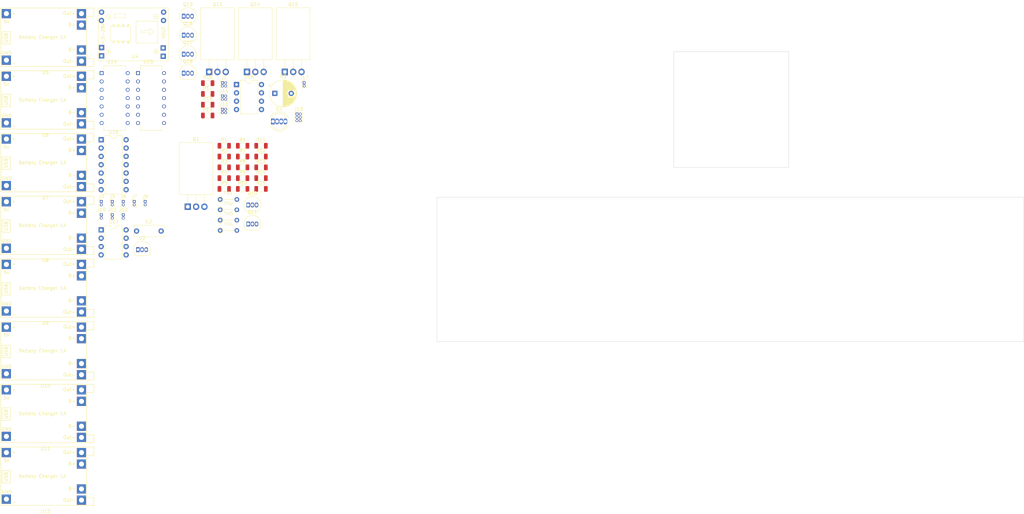
<source format=kicad_pcb>
(kicad_pcb (version 20221018) (generator pcbnew)
  (layers (0 "F.Cu" signal) (31 "B.Cu" signal) (34 "B.Paste" user) (35 "F.Paste" user) (36 "B.SilkS" user "B.Silkscreen") (37 "F.SilkS" user "F.Silkscreen") (38 "B.Mask" user) (39 "F.Mask" user) (44 "Edge.Cuts" user))
  (net 0 "")
  (net 1 "Reg Batt 9v")
  (net 2 "Net-(U18-THR)")
  (net 3 "Net-(D2-GA)")
  (net 4 "Net-(D2-RA)")
  (net 5 "Net-(D2-BA)")
  (net 6 "Hi T Comp Out")
  (net 7 "GND")
  (net 8 "Batt V ")
  (net 9 "Guitar VCC 9v+")
  (net 10 "Lo T Comp Out")
  (net 11 "Charger Digital Signal")
  (net 12 "charger Takeover VCC 9v+")
  (net 13 "Charger In 5v+")
  (net 14 "Net-(J14-Pin_1)")
  (net 15 "Net-(J14-Pin_2)")
  (net 16 "Net-(J14-Pin_3)")
  (net 17 "Net-(J14-Pin_4)")
  (net 18 "Net-(J17-Pin_1)")
  (net 19 "Batt Cuttoff Logic")
  (net 22 "Net-(Q10-E)")
  (net 23 "Net-(Q10-B)")
  (net 24 "BMS VCC 5V+")
  (net 25 "Net-(Q11-E)")
  (net 26 "Net-(Q11-B)")
  (net 27 "Net-(Q13-E)")
  (net 28 "Temp Logic Output")
  (net 29 "Charge VCC")
  (net 30 "Net-(Q16-E)")
  (net 31 "LED VCC")
  (net 32 "Net-(Q17-E)")
  (net 33 "Net-(Q18-E)")
  (net 34 "Net-(J5-Pin_1)")
  (net 35 "Net-(J5-Pin_2)")
  (net 36 "Net-(U18-DIS)")
  (net 37 "Unreg Batt Out")
  (net 38 "Net-(J6-Pin_1)")
  (net 39 "Net-(J6-Pin_2)")
  (net 40 "Temp 1")
  (net 41 "Net-(J7-Pin_1)")
  (net 42 "Net-(J7-Pin_2)")
  (net 43 "Temp 2")
  (net 44 "Temp 3")
  (net 45 "Temp 4")
  (net 46 "Net-(J9-Pin_1)")
  (net 47 "Net-(J9-Pin_2)")
  (net 48 "Hi T Vref")
  (net 49 "Net-(J10-Pin_1)")
  (net 50 "Net-(J10-Pin_2)")
  (net 51 "Lo T Vref")
  (net 52 "Net-(J11-Pin_1)")
  (net 53 "Net-(J11-Pin_2)")
  (net 54 "Net-(U17A--)")
  (net 55 "Net-(J12-Pin_1)")
  (net 56 "Net-(J12-Pin_2)")
  (net 57 "Net-(J3-Pin_1)")
  (net 58 "Net-(J3-Pin_2)")
  (net 59 "Net-(U16-Pad1)")
  (net 60 "Net-(U5-OUT-)")
  (net 61 "Net-(U6-OUT-)")
  (net 62 "Net-(U7-OUT-)")
  (net 63 "Net-(U10-OUT+)")
  (net 64 "Net-(U10-OUT-)")
  (net 65 "Net-(U11-OUT-)")
  (footprint "Charging module:TP4056-18650" (layer "F.Cu") (at -98.806 70.716)
    (fp_text reference "U8" (at 13.6 19.6) (layer "F.SilkS"))
    (fp_text value " TP4056 Charging Module")
    (fp_text user "-" (at 4 16.8) (layer "F.SilkS"))
    (fp_text user "5v" (at 1.7 4.1) (layer "F.SilkS"))
    (fp_text user "Out-" (at 20.9 16.2) (layer "F.SilkS"))
    (fp_text user "GND" (at 1.8 13.7) (layer "F.SilkS"))
    (fp_text user "USB" (at 1.6 9.1 90) (layer "F.SilkS"))
    (fp_text user "Out+" (at 20.9 1.6) (layer "F.SilkS"))
    (fp_text user "B+" (at 21.7 5.1) (layer "F.SilkS"))
    (fp_text user "B-" (at 21.7 12.7) (layer "F.SilkS"))
    (fp_text user "+" (at 3.9 1.6) (layer "F.SilkS"))
    (fp_text user "Battery Charger 1A" (at 12.7 8.9) (layer "F.SilkS"))
    (pad "1" thru_hole rect (at 1.7 1.7) (size 2.8 2.8) (drill 1.54) (layers "*.Cu" "*.Mask") (net 29 "Charge VCC"))
    (pad "2" thru_hole rect (at 1.7 15.9) (size 2.8 2.8) (drill 1.54) (layers "*.Cu" "*.Mask") (net 7 "GND"))
    (pad "3" thru_hole rect (at 24.6 1.7) (size 2.8 2.8) (drill 1.54) (layers "*.Cu" "*.Mask") (net 62 "Net-(U7-OUT-)"))
    (pad "4" thru_hole rect (at 24.6 16.2) (size 2.8 2.8) (drill 1.54) (layers "*.Cu" "*.Mask") (net 7 "GND"))
    (pad "5" thru_hole rect (at 24.6 5.2) (size 2.8 2.8) (drill 1.54) (layers "*.Cu" "*.Mask") (net 42 "Net-(J7-Pin_2)"))
    (pad "6" thru_hole rect (at 24.6 12.8) (size 2.8 2.8) (drill 1.54) (layers "*.Cu" "*.Mask") (net 41 "Net-(J7-Pin_1)"))
  )
  (footprint "Charging module:lm339n THT" (layer "F.Cu") (at -64.081 40.811)
    (fp_text reference "U14" (at -0.825 -11.135) (layer "F.SilkS"))
    (fp_text value "LM339")
    (pad "1" thru_hole rect (at -3.97 -7.62) (size 1.17 1.17) (drill 0.77) (layers "*.Cu" "*.Mask") (net 6 "Hi T Comp Out"))
    (pad "2" thru_hole circle (at -3.97 -5.08) (size 1.17 1.17) (drill 0.77) (layers "*.Cu" "*.Mask") (net 6 "Hi T Comp Out"))
    (pad "3" thru_hole circle (at -3.97 -2.54) (size 1.17 1.17) (drill 0.77) (layers "*.Cu" "*.Mask") (net 24 "BMS VCC 5V+"))
    (pad "4" thru_hole circle (at -3.97 0) (size 1.17 1.17) (drill 0.77) (layers "*.Cu" "*.Mask") (net 40 "Temp 1"))
    (pad "5" thru_hole circle (at -3.97 2.54) (size 1.17 1.17) (drill 0.77) (layers "*.Cu" "*.Mask") (net 48 "Hi T Vref"))
    (pad "6" thru_hole circle (at -3.97 5.08) (size 1.17 1.17) (drill 0.77) (layers "*.Cu" "*.Mask") (net 43 "Temp 2"))
    (pad "7" thru_hole circle (at -3.97 7.62) (size 1.17 1.17) (drill 0.77) (layers "*.Cu" "*.Mask") (net 48 "Hi T Vref"))
    (pad "8" thru_hole circle (at 3.97 7.62) (size 1.17 1.17) (drill 0.77) (layers "*.Cu" "*.Mask") (net 45 "Temp 4"))
    (pad "9" thru_hole circle (at 3.97 5.08) (size 1.17 1.17) (drill 0.77) (layers "*.Cu" "*.Mask") (net 48 "Hi T Vref"))
    (pad "10" thru_hole circle (at 3.97 2.54) (size 1.17 1.17) (drill 0.77) (layers "*.Cu" "*.Mask") (net 44 "Temp 3"))
    (pad "11" thru_hole circle (at 3.97 0) (size 1.17 1.17) (drill 0.77) (layers "*.Cu" "*.Mask") (net 48 "Hi T Vref"))
    (pad "12" thru_hole circle (at 3.97 -2.54) (size 1.17 1.17) (drill 0.77) (layers "*.Cu" "*.Mask") (net 7 "GND"))
    (pad "13" thru_hole circle (at 3.97 -5.08) (size 1.17 1.17) (drill 0.77) (layers "*.Cu" "*.Mask") (net 6 "Hi T Comp Out"))
    (pad "14" thru_hole circle (at 3.97 -7.62) (size 1.17 1.17) (drill 0.77) (layers "*.Cu" "*.Mask") (net 6 "Hi T Comp Out"))
  )
  (footprint "Connector_PinHeader_1.00mm:PinHeader_1x02_P1.00mm_Vertical" (layer "F.Cu") (at -6.291 36.126)
    (fp_text reference "J17" (at 0 -1.56) (layer "F.SilkS"))
    (fp_text value "Moment ON B")
    (pad "1" thru_hole rect (at 0 0) (size 0.85 0.85) (drill 0.5) (layers "*.Cu" "*.Mask") (net 18 "Net-(J17-Pin_1)"))
    (pad "2" thru_hole oval (at 0 1) (size 0.85 0.85) (drill 0.5) (layers "*.Cu" "*.Mask") (net 7 "GND"))
  )
  (footprint "Resistor_SMD:R_1206_3216Metric" (layer "F.Cu") (at -30.671 68.506)
    (fp_text reference "R5" (at 0 -1.82) (layer "F.SilkS"))
    (fp_text value "10K")
    (pad "1" smd roundrect (at -1.4625 0) (size 1.125 1.75) (layers "F.Cu" "F.Paste" "F.Mask") (roundrect_rratio 0.222222) (net 7 "GND"))
    (pad "2" smd roundrect (at 1.4625 0) (size 1.125 1.75) (layers "F.Cu" "F.Paste" "F.Mask") (roundrect_rratio 0.222222) (net 48 "Hi T Vref"))
  )
  (footprint "Connector_PinHeader_1.00mm:PinHeader_1x02_P1.00mm_Vertical" (layer "F.Cu") (at -58.111 72.356)
    (fp_text reference "J7" (at 0 -1.56) (layer "F.SilkS"))
    (fp_text value "Batt 4 Conn")
    (pad "1" thru_hole rect (at 0 0) (size 0.85 0.85) (drill 0.5) (layers "*.Cu" "*.Mask") (net 41 "Net-(J7-Pin_1)"))
    (pad "2" thru_hole oval (at 0 1) (size 0.85 0.85) (drill 0.5) (layers "*.Cu" "*.Mask") (net 42 "Net-(J7-Pin_2)"))
  )
  (footprint "Resistor_THT:R_Axial_DIN0204_L3.6mm_D1.6mm_P5.08mm_Vertical" (layer "F.Cu") (at -31.901 78.026)
    (fp_text reference "TH3" (at 2.54 -1.92) (layer "F.SilkS"))
    (fp_text value "Thermistor_NTC")
    (pad "1" thru_hole circle (at 0 0) (size 1.4 1.4) (drill 0.7) (layers "*.Cu" "*.Mask") (net 44 "Temp 3"))
    (pad "2" thru_hole oval (at 5.08 0) (size 1.4 1.4) (drill 0.7) (layers "*.Cu" "*.Mask") (net 24 "BMS VCC 5V+"))
  )
  (footprint "Resistor_THT:R_Axial_DIN0204_L3.6mm_D1.6mm_P5.08mm_Vertical" (layer "F.Cu") (at -31.901 81.176)
    (fp_text reference "TH4" (at 2.54 -1.92) (layer "F.SilkS"))
    (fp_text value "Thermistor_NTC")
    (pad "1" thru_hole circle (at 0 0) (size 1.4 1.4) (drill 0.7) (layers "*.Cu" "*.Mask") (net 45 "Temp 4"))
    (pad "2" thru_hole oval (at 5.08 0) (size 1.4 1.4) (drill 0.7) (layers "*.Cu" "*.Mask") (net 24 "BMS VCC 5V+"))
  )
  (footprint "Resistor_SMD:R_1206_3216Metric" (layer "F.Cu") (at -35.711 36.246)
    (fp_text reference "R16" (at 0 -1.82) (layer "F.SilkS"))
    (fp_text value "10K")
    (pad "1" smd roundrect (at -1.4625 0) (size 1.125 1.75) (layers "F.Cu" "F.Paste" "F.Mask") (roundrect_rratio 0.222222) (net 36 "Net-(U18-DIS)"))
    (pad "2" smd roundrect (at 1.4625 0) (size 1.125 1.75) (layers "F.Cu" "F.Paste" "F.Mask") (roundrect_rratio 0.222222) (net 24 "BMS VCC 5V+"))
  )
  (footprint "Resistor_SMD:R_1206_3216Metric" (layer "F.Cu") (at -19.451 55.346)
    (fp_text reference "R11" (at 0 -1.82) (layer "F.SilkS"))
    (fp_text value "10K")
    (pad "1" smd roundrect (at -1.4625 0) (size 1.125 1.75) (layers "F.Cu" "F.Paste" "F.Mask") (roundrect_rratio 0.222222) (net 7 "GND"))
    (pad "2" smd roundrect (at 1.4625 0) (size 1.125 1.75) (layers "F.Cu" "F.Paste" "F.Mask") (roundrect_rratio 0.222222) (net 54 "Net-(U17A--)"))
  )
  (footprint "Resistor_SMD:R_1206_3216Metric" (layer "F.Cu") (at -19.451 65.216)
    (fp_text reference "R14" (at 0 -1.82) (layer "F.SilkS"))
    (fp_text value "R")
    (pad "1" smd roundrect (at -1.4625 0) (size 1.125 1.75) (layers "F.Cu" "F.Paste" "F.Mask") (roundrect_rratio 0.222222) (net 10 "Lo T Comp Out"))
    (pad "2" smd roundrect (at 1.4625 0) (size 1.125 1.75) (layers "F.Cu" "F.Paste" "F.Mask") (roundrect_rratio 0.222222) (net 26 "Net-(Q11-B)"))
  )
  (footprint "Package_TO_SOT_THT:TO-92_Inline" (layer "F.Cu") (at -57.001 87.036)
    (fp_text reference "U2" (at 1.27 -3.56) (layer "F.SilkS"))
    (fp_text value "78L05")
    (pad "1" thru_hole rect (at 0 0) (size 1.05 1.5) (drill 0.75) (layers "*.Cu" "*.Mask") (net 24 "BMS VCC 5V+"))
    (pad "2" thru_hole oval (at 1.27 0) (size 1.05 1.5) (drill 0.75) (layers "*.Cu" "*.Mask") (net 7 "GND"))
    (pad "3" thru_hole oval (at 2.54 0) (size 1.05 1.5) (drill 0.75) (layers "*.Cu" "*.Mask") (net 1 "Reg Batt 9v"))
  )
  (footprint "Connector_PinHeader_1.00mm:PinHeader_1x02_P1.00mm_Vertical" (layer "F.Cu") (at -64.811 72.356)
    (fp_text reference "J5" (at 0 -1.56) (layer "F.SilkS"))
    (fp_text value "Batt 2 Conn")
    (pad "1" thru_hole rect (at 0 0) (size 0.85 0.85) (drill 0.5) (layers "*.Cu" "*.Mask") (net 34 "Net-(J5-Pin_1)"))
    (pad "2" thru_hole oval (at 0 1) (size 0.85 0.85) (drill 0.5) (layers "*.Cu" "*.Mask") (net 35 "Net-(J5-Pin_2)"))
  )
  (footprint "Package_TO_SOT_THT:TO-92_Inline" (layer "F.Cu") (at -43.041 27.426)
    (fp_text reference "Q17" (at 1.27 -3.56) (layer "F.SilkS"))
    (fp_text value "PN2222A")
    (pad "1" thru_hole rect (at 0 0) (size 1.05 1.5) (drill 0.75) (layers "*.Cu" "*.Mask") (net 32 "Net-(Q17-E)"))
    (pad "2" thru_hole oval (at 1.27 0) (size 1.05 1.5) (drill 0.75) (layers "*.Cu" "*.Mask") (net 27 "Net-(Q13-E)"))
    (pad "3" thru_hole oval (at 2.54 0) (size 1.05 1.5) (drill 0.75) (layers "*.Cu" "*.Mask") (net 31 "LED VCC"))
  )
  (footprint "Resistor_SMD:R_1206_3216Metric" (layer "F.Cu") (at -35.711 42.826)
    (fp_text reference "R18" (at 0 -1.82) (layer "F.SilkS"))
    (fp_text value "90R")
    (pad "1" smd roundrect (at -1.4625 0) (size 1.125 1.75) (layers "F.Cu" "F.Paste" "F.Mask") (roundrect_rratio 0.222222) (net 5 "Net-(D2-BA)"))
    (pad "2" smd roundrect (at 1.4625 0) (size 1.125 1.75) (layers "F.Cu" "F.Paste" "F.Mask") (roundrect_rratio 0.222222) (net 32 "Net-(Q17-E)"))
  )
  (footprint "Charging module:TP4056-18650" (layer "F.Cu") (at -98.806 108.966)
    (fp_text reference "U10" (at 13.6 19.6) (layer "F.SilkS"))
    (fp_text value " TP4056 Charging Module")
    (fp_text user "+" (at 3.9 1.6) (layer "F.SilkS"))
    (fp_text user "B+" (at 21.7 5.1) (layer "F.SilkS"))
    (fp_text user "USB" (at 1.6 9.1 90) (layer "F.SilkS"))
    (fp_text user "-" (at 4 16.8) (layer "F.SilkS"))
    (fp_text user "Out-" (at 20.9 16.2) (layer "F.SilkS"))
    (fp_text user "B-" (at 21.7 12.7) (layer "F.SilkS"))
    (fp_text user "5v" (at 1.7 4.1) (layer "F.SilkS"))
    (fp_text user "Battery Charger 1A" (at 12.7 8.9) (layer "F.SilkS"))
    (fp_text user "Out+" (at 20.9 1.6) (layer "F.SilkS"))
    (fp_text user "GND" (at 1.8 13.7) (layer "F.SilkS"))
    (pad "1" thru_hole rect (at 1.7 1.7) (size 2.8 2.8) (drill 1.54) (layers "*.Cu" "*.Mask") (net 29 "Charge VCC"))
    (pad "2" thru_hole rect (at 1.7 15.9) (size 2.8 2.8) (drill 1.54) (layers "*.Cu" "*.Mask") (net 7 "GND"))
    (pad "3" thru_hole rect (at 24.6 1.7) (size 2.8 2.8) (drill 1.54) (layers "*.Cu" "*.Mask") (net 63 "Net-(U10-OUT+)"))
    (pad "4" thru_hole rect (at 24.6 16.2) (size 2.8 2.8) (drill 1.54) (layers "*.Cu" "*.Mask") (net 64 "Net-(U10-OUT-)"))
    (pad "5" thru_hole rect (at 24.6 5.2) (size 2.8 2.8) (drill 1.54) (layers "*.Cu" "*.Mask") (net 50 "Net-(J10-Pin_2)"))
    (pad "6" thru_hole rect (at 24.6 12.8) (size 2.8 2.8) (drill 1.54) (layers "*.Cu" "*.Mask") (net 49 "Net-(J10-Pin_1)"))
  )
  (footprint "Charging module:SRT_MPT1584EN_Module" (layer "F.Cu") (at -57.9222 20.8218)
    (fp_text reference "U4" (at 0 7.3152 180) (layer "F.SilkS"))
    (fp_text value "MP1584 Module")
    (fp_text user "4.5-28V" (at -9.7536 0.3048 -90) (layer "F.SilkS"))
    (fp_text user "+" (at -8.1026 5.7531) (layer "F.SilkS"))
    (fp_text user "-" (at -8.1534 -4.9276) (layer "F.SilkS"))
    (fp_text user "VOUT" (at 8.8138 0.0508 -90) (layer "F.SilkS"))
    (fp_text user "-" (at 6.4262 -4.9276) (layer "F.SilkS"))
    (fp_text user "+" (at 6.5278 5.7277) (layer "F.SilkS"))
    (pad "1" thru_hole rect (at -10.16 4.572 90) (size 1.6 1.6) (drill 0.8) (layers "*.Cu" "B.Mask") (net 7 "GND"))
    (pad "1" thru_hole rect (at -10.16 7.112 90) (size 1.6 1.6) (drill 0.8) (layers "*.Cu" "B.Mask") (net 7 "GND"))
    (pad "2" thru_hole oval (at -10.1854 -3.683 90) (size 1.6 1.6) (drill 0.8) (layers "*.Cu" "B.Mask") (net 37 "Unreg Batt Out"))
    (pad "2" thru_hole oval (at -10.16 -6.223 90) (size 1.6 1.6) (drill 0.8) (layers "*.Cu" "B.Mask") (net 37 "Unreg Batt Out"))
    (pad "3" thru_hole rect (at 8.636 4.699 90) (size 1.6 1.6) (drill 0.8) (layers "*.Cu" "B.Mask") (net 1 "Reg Batt 9v"))
    (pad "3" thru_hole rect (at 8.636 7.239 90) (size 1.6 1.6) (drill 0.8) (layers "*.Cu" "B.Mask") (net 1 "Reg Batt 9v"))
    (pad "4" thru_hole oval (at 8.7376 -3.683 90) (size 1.6 1.6) (drill 0.8) (layers "*.Cu" "B.Mask") (net 7 "GND"))
    (pad "4" thru_hole oval (at 8.763 -6.223 90) (size 1.6 1.6) (drill 0.8) (layers "*.Cu" "B.Mask") (net 7 "GND"))
  )
  (footprint "Package_TO_SOT_THT:TO-220-3_Horizontal_TabDown" (layer "F.Cu") (at -23.731 32.826)
    (fp_text reference "Q14" (at 2.54 -20.58) (layer "F.SilkS"))
    (fp_text value "IRL540")
    (pad "" np_thru_hole oval (at 2.54 -16.66) (size 3.5 3.5) (drill 3.5) (layers "*.Cu" "*.Mask"))
    (pad "1" thru_hole rect (at 0 0) (size 1.905 2) (drill 1.1) (layers "*.Cu" "*.Mask") (net 28 "Temp Logic Output"))
    (pad "2" thru_hole oval (at 2.54 0) (size 1.905 2) (drill 1.1) (layers "*.Cu" "*.Mask") (net 13 "Charger In 5v+"))
    (pad "3" thru_hole oval (at 5.08 0) (size 1.905 2) (drill 1.1) (layers "*.Cu" "*.Mask") (net 29 "Charge VCC"))
  )
  (footprint "Resistor_THT:R_Axial_DIN0204_L3.6mm_D1.6mm_P5.08mm_Vertical" (layer "F.Cu") (at -31.901 71.726)
    (fp_text reference "TH1" (at 2.54 -1.92) (layer "F.SilkS"))
    (fp_text value "Thermistor_NTC")
    (pad "1" thru_hole circle (at 0 0) (size 1.4 1.4) (drill 0.7) (layers "*.Cu" "*.Mask") (net 40 "Temp 1"))
    (pad "2" thru_hole oval (at 5.08 0) (size 1.4 1.4) (drill 0.7) (layers "*.Cu" "*.Mask") (net 24 "BMS VCC 5V+"))
  )
  (footprint "Resistor_SMD:R_1206_3216Metric" (layer "F.Cu") (at -30.671 55.346)
    (fp_text reference "R1" (at 0 -1.82) (layer "F.SilkS"))
    (fp_text value "10K")
    (pad "1" smd roundrect (at -1.4625 0) (size 1.125 1.75) (layers "F.Cu" "F.Paste" "F.Mask") (roundrect_rratio 0.222222) (net 7 "GND"))
    (pad "2" smd roundrect (at 1.4625 0) (size 1.125 1.75) (layers "F.Cu" "F.Paste" "F.Mask") (roundrect_rratio 0.222222) (net 40 "Temp 1"))
  )
  (footprint "Package_DIP:DIP-14_W7.62mm" (layer "F.Cu") (at -68.211 53.506)
    (fp_text reference "U16" (at 3.81 -2.33) (layer "F.SilkS"))
    (fp_text value "74HC02")
    (pad "1" thru_hole rect (at 0 0) (size 1.6 1.6) (drill 0.8) (layers "*.Cu" "*.Mask") (net 59 "Net-(U16-Pad1)"))
    (pad "2" thru_hole oval (at 0 2.54) (size 1.6 1.6) (drill 0.8) (layers "*.Cu" "*.Mask") (net 6 "Hi T Comp Out"))
    (pad "3" thru_hole oval (at 0 5.08) (size 1.6 1.6) (drill 0.8) (layers "*.Cu" "*.Mask") (net 10 "Lo T Comp Out"))
    (pad "4" thru_hole oval (at 0 7.62) (size 1.6 1.6) (drill 0.8) (layers "*.Cu" "*.Mask") (net 28 "Temp Logic Output"))
    (pad "5" thru_hole oval (at 0 10.16) (size 1.6 1.6) (drill 0.8) (layers "*.Cu" "*.Mask") (net 25 "Net-(Q11-E)"))
    (pad "6" thru_hole oval (at 0 12.7) (size 1.6 1.6) (drill 0.8) (layers "*.Cu" "*.Mask") (net 25 "Net-(Q11-E)"))
    (pad "7" thru_hole oval (at 0 15.24) (size 1.6 1.6) (drill 0.8) (layers "*.Cu" "*.Mask") (net 7 "GND"))
    (pad "8" thru_hole oval (at 7.62 15.24) (size 1.6 1.6) (drill 0.8) (layers "*.Cu" "*.Mask") (net 28 "Temp Logic Output"))
    (pad "9" thru_hole oval (at 7.62 12.7) (size 1.6 1.6) (drill 0.8) (layers "*.Cu" "*.Mask") (net 59 "Net-(U16-Pad1)"))
    (pad "10" thru_hole oval (at 7.62 10.16) (size 1.6 1.6) (drill 0.8) (layers "*.Cu" "*.Mask") (net 25 "Net-(Q11-E)"))
    (pad "11" thru_hole oval (at 7.62 7.62) (size 1.6 1.6) (drill 0.8) (layers "*.Cu" "*.Mask"))
    (pad "12" thru_hole oval (at 7.62 5.08) (size 1.6 1.6) (drill 0.8) (layers "*.Cu" "*.Mask"))
    (pad "13" thru_hole oval (at 7.62 2.54) (size 1.6 1.6) (drill 0.8) (layers "*.Cu" "*.Mask"))
    (pad "14" thru_hole oval (at 7.62 0) (size 1.6 1.6) (drill 0.8) (layers "*.Cu" "*.Mask") (net 24 "BMS VCC 5V+"))
  )
  (footprint "Package_DIP:DIP-8_W7.62mm" (layer "F.Cu") (at -68.211 81.006)
    (fp_text reference "U17" (at 3.81 -2.33) (layer "F.SilkS"))
    (fp_text value "LM393")
    (pad "1" thru_hole rect (at 0 0) (size 1.6 1.6) (drill 0.8) (layers "*.Cu" "*.Mask") (net 19 "Batt Cuttoff Logic"))
    (pad "2" thru_hole oval (at 0 2.54) (size 1.6 1.6) (drill 0.8) (layers "*.Cu" "*.Mask") (net 54 "Net-(U17A--)"))
    (pad "3" thru_hole oval (at 0 5.08) (size 1.6 1.6) (drill 0.8) (layers "*.Cu" "*.Mask") (net 8 "Batt V "))
    (pad "4" thru_hole oval (at 0 7.62) (size 1.6 1.6) (drill 0.8) (layers "*.Cu" "*.Mask") (net 7 "GND"))
    (pad "5" thru_hole oval (at 7.62 7.62) (size 1.6 1.6) (drill 0.8) (layers "*.Cu" "*.Mask"))
    (pad "6" thru_hole oval (at 7.62 5.08) (size 1.6 1.6) (drill 0.8) (layers "*.Cu" "*.Mask"))
    (pad "7" thru_hole oval (at 7.62 2.54) (size 1.6 1.6) (drill 0.8) (layers "*.Cu" "*.Mask"))
    (pad "8" thru_hole oval (at 7.62 0) (size 1.6 1.6) (drill 0.8) (layers "*.Cu" "*.Mask") (net 24 "BMS VCC 5V+"))
  )
  (footprint "Resistor_SMD:R_1206_3216Metric" (layer "F.Cu") (at -30.671 61.926)
    (fp_text reference "R3" (at 0 -1.82) (layer "F.SilkS"))
    (fp_text value "10K")
    (pad "1" smd roundrect (at -1.4625 0) (size 1.125 1.75) (layers "F.Cu" "F.Paste" "F.Mask") (roundrect_rratio 0.222222) (net 7 "GND"))
    (pad "2" smd roundrect (at 1.4625 0) (size 1.125 1.75) (layers "F.Cu" "F.Paste" "F.Mask") (roundrect_rratio 0.222222) (net 44 "Temp 3"))
  )
  (footprint "Resistor_SMD:R_1206_3216Metric" (layer "F.Cu") (at -25.061 61.926)
    (fp_text reference "R8" (at 0 -1.82) (layer "F.SilkS"))
    (fp_text value "R")
    (pad "1" smd roundrect (at -1.4625 0) (size 1.125 1.75) (layers "F.Cu" "F.Paste" "F.Mask") (roundrect_rratio 0.222222) (net 51 "Lo T Vref"))
    (pad "2" smd roundrect (at 1.4625 0) (size 1.125 1.75) (layers "F.Cu" "F.Paste" "F.Mask") (roundrect_rratio 0.222222) (net 24 "BMS VCC 5V+"))
  )
  (footprint "Connector_PinHeader_1.00mm:PinHeader_1x02_P1.00mm_Vertical" (layer "F.Cu") (at -68.161 72.356)
    (fp_text reference "J3" (at 0 -1.56) (layer "F.SilkS"))
    (fp_text value "Batt 1 Conn")
    (pad "1" thru_hole rect (at 0 0) (size 0.85 0.85) (drill 0.5) (layers "*.Cu" "*.Mask") (net 57 "Net-(J3-Pin_1)"))
    (pad "2" thru_hole oval (at 0 1) (size 0.85 0.85) (drill 0.5) (layers "*.Cu" "*.Mask") (net 58 "Net-(J3-Pin_2)"))
  )
  (footprint "Charging module:TP4056-18650" (layer "F.Cu") (at -98.806 51.591)
    (fp_text reference "U7" (at 13.6 19.6) (layer "F.SilkS"))
    (fp_text value " TP4056 Charging Module")
    (fp_text user "B-" (at 21.7 12.7) (layer "F.SilkS"))
    (fp_text user "USB" (at 1.6 9.1 90) (layer "F.SilkS"))
    (fp_text user "Out-" (at 20.9 16.2) (layer "F.SilkS"))
    (fp_text user "Out+" (at 20.9 1.6) (layer "F.SilkS"))
    (fp_text user "-" (at 4 16.8) (layer "F.SilkS"))
    (fp_text user "+" (at 3.9 1.6) (layer "F.SilkS"))
    (fp_text user "B+" (at 21.7 5.1) (layer "F.SilkS"))
    (fp_text user "Battery Charger 1A" (at 12.7 8.9) (layer "F.SilkS"))
    (fp_text user "GND" (at 1.8 13.7) (layer "F.SilkS"))
    (fp_text user "5v" (at 1.7 4.1) (layer "F.SilkS"))
    (pad "1" thru_hole rect (at 1.7 1.7) (size 2.8 2.8) (drill 1.54) (layers "*.Cu" "*.Mask") (net 29 "Charge VCC"))
    (pad "2" thru_hole rect (at 1.7 15.9) (size 2.8 2.8) (drill 1.54) (layers "*.Cu" "*.Mask") (net 7 "GND"))
    (pad "3" thru_hole rect (at 24.6 1.7) (size 2.8 2.8) (drill 1.54) (layers "*.Cu" "*.Mask") (net 61 "Net-(U6-OUT-)"))
    (pad "4" thru_hole rect (at 24.6 16.2) (size 2.8 2.8) (drill 1.54) (layers "*.Cu" "*.Mask") (net 62 "Net-(U7-OUT-)"))
    (pad "5" thru_hole rect (at 24.6 5.2) (size 2.8 2.8) (drill 1.54) (layers "*.Cu" "*.Mask") (net 39 "Net-(J6-Pin_2)"))
    (pad "6" thru_hole rect (at 24.6 12.8) (size 2.8 2.8) (drill 1.54) (layers "*.Cu" "*.Mask") (net 38 "Net-(J6-Pin_1)"))
  )
  (footprint "Charging module:lm339n THT" (layer "F.Cu") (at -52.996 40.811)
    (fp_text reference "U15" (at -0.825 -11.135) (layer "F.SilkS"))
    (fp_text value "LM339")
    (pad "1" thru_hole rect (at -3.97 -7.62) (size 1.17 1.17) (drill 0.77) (layers "*.Cu" "*.Mask") (net 10 "Lo T Comp Out"))
    (pad "2" thru_hole circle (at -3.97 -5.08) (size 1.17 1.17) (drill 0.77) (layers "*.Cu" "*.Mask") (net 10 "Lo T Comp Out"))
    (pad "3" thru_hole circle (at -3.97 -2.54) (size 1.17 1.17) (drill 0.77) (layers "*.Cu" "*.Mask") (net 24 "BMS VCC 5V+"))
    (pad "4" thru_hole circle (at -3.97 0) (size 1.17 1.17) (drill 0.77) (layers "*.Cu" "*.Mask") (net 40 "Temp 1"))
    (pad "5" thru_hole circle (at -3.97 2.54) (size 1.17 1.17) (drill 0.77) (layers "*.Cu" "*.Mask") (net 51 "Lo T Vref"))
    (pad "6" thru_hole circle (at -3.97 5.08) (size 1.17 1.17) (drill 0.77) (layers "*.Cu" "*.Mask") (net 43 "Temp 2"))
    (pad "7" thru_hole circle (at -3.97 7.62) (size 1.17 1.17) (drill 0.77) (layers "*.Cu" "*.Mask") (net 51 "Lo T Vref"))
    (pad "8" thru_hole circle (at 3.97 7.62) (size 1.17 1.17) (drill 0.77) (layers "*.Cu" "*.Mask") (net 45 "Temp 4"))
    (pad "9" thru_hole circle (at 3.97 5.08) (size 1.17 1.17) (drill 0.77) (layers "*.Cu" "*.Mask") (net 51 "Lo T Vref"))
    (pad "10" thru_hole circle (at 3.97 2.54) (size 1.17 1.17) (drill 0.77) (layers "*.Cu" "*.Mask") (net 44 "Temp 3"))
    (pad "11" thru_hole circle (at 3.97 0) (size 1.17 1.17) (drill 0.77) (layers "*.Cu" "*.Mask") (net 51 "Lo T Vref"))
    (pad "12" thru_hole circle (at 3.97 -2.54) (size 1.17 1.17) (drill 0.77) (layers "*.Cu" "*.Mask") (net 7 "GND"))
    (pad "13" thru_hole circle (at 3.97 -5.08) (size 1.17 1.17) (drill 0.77) (layers "*.Cu" "*.Mask") (net 10 "Lo T Comp Out"))
    (pad "14" thru_hole circle (at 3.97 -7.62) (size 1.17 1.17) (drill 0.77) (layers "*.Cu" "*.Mask") (net 10 "Lo T Comp Out"))
  )
  (footprint "Charging module:TP4056-18650" (layer "F.Cu") (at -98.806 128.091)
    (fp_text reference "U11" (at 13.6 19.6) (layer "F.SilkS"))
    (fp_text value " TP4056 Charging Module")
    (fp_text user "GND" (at 1.8 13.7) (layer "F.SilkS"))
    (fp_text user "B-" (at 21.7 12.7) (layer "F.SilkS"))
    (fp_text user "+" (at 3.9 1.6) (layer "F.SilkS"))
    (fp_text user "Battery Charger 1A" (at 12.7 8.9) (layer "F.SilkS"))
    (fp_text user "B+" (at 21.7 5.1) (layer "F.SilkS"))
    (fp_text user "USB" (at 1.6 9.1 90) (layer "F.SilkS"))
    (fp_text user "5v" (at 1.7 4.1) (layer "F.SilkS"))
    (fp_text user "Out+" (at 20.9 1.6) (layer "F.SilkS"))
    (fp_text user "-" (at 4 16.8) (layer "F.SilkS"))
    (fp_text user "Out-" (at 20.9 16.2) (layer "F.SilkS"))
    (pad "1" thru_hole rect (at 1.7 1.7) (size 2.8 2.8) (drill 1.54) (layers "*.Cu" "*.Mask") (net 29 "Charge VCC"))
    (pad "2" thru_hole rect (at 1.7 15.9) (size 2.8 2.8) (drill 1.54) (layers "*.Cu" "*.Mask") (net 7 "GND"))
    (pad "3" thru_hole rect (at 24.6 1.7) (size 2.8 2.8) (drill 1.54) (layers "*.Cu" "*.Mask") (net 64 "Net-(U10-OUT-)"))
    (pad "4" thru_hole rect (at 24.6 16.2) (size 2.8 2.8) (drill 1.54) (layers "*.Cu" "*.Mask") (net 65 "Net-(U11-OUT-)"))
    (pad "5" thru_hole rect (at 24.6 5.2) (size 2.8 2.8) (drill 1.54) (layers "*.Cu" "*.Mask") (net 53 "Net-(J11-Pin_2)"))
    (pad "6" thru_hole rect (at 24.6 12.8) (size 2.8 2.8) (drill 1.54) (layers "*.Cu" "*.Mask") (net 52 "Net-(J11-Pin_1)"))
  )
  (footprint "Package_DIP:DIP-8_W7.62mm" (layer "F.Cu") (at -26.931 36.676)
    (fp_text reference "U18" (at 3.81 -2.33) (layer "F.SilkS"))
    (fp_text value "LMC555xN")
    (pad "1" thru_hole rect (at 0 0) (size 1.6 1.6) (drill 0.8) (layers "*.Cu" "*.Mask") (net 7 "GND"))
    (pad "2" thru_hole oval (at 0 2.54) (size 1.6 1.6) (drill 0.8) (layers "*.Cu" "*.Mask") (net 18 "Net-(J17-Pin_1)"))
    (pad "3" thru_hole oval (at 0 5.08) (size 1.6 1.6) (drill 0.8) (layers "*.Cu" "*.Mask") (net 31 "LED VCC"))
    (pad "4" thru_hole oval (at 0 7.62) (size 1.6 1.6) (drill 0.8) (layers "*.Cu" "*.Mask") (net 24 "BMS VCC 5V+"))
    (pad "5" thru_hole oval (at 7.62 7.62) (size 1.6 1.6) (drill 0.8) (layers "*.Cu" "*.Mask") (net 7 "GND"))
    (pad "6" thru_hole oval (at 7.62 5.08) (size 1.6 1.6) (drill 0.8) (layers "*.Cu" "*.Mask") (net 2 "Net-(U18-THR)"))
    (pad "7" thru_hole oval (at 7.62 2.54) (size 1.6 1.6) (drill 0.8) (layers "*.Cu" "*.Mask") (net 36 "Net-(U18-DIS)"))
    (pad "8" thru_hole oval (at 7.62 0) (size 1.6 1.6) (drill 0.8) (layers "*.Cu" "*.Mask") (net 24 "BMS VCC 5V+"))
  )
  (footprint "Resistor_SMD:R_1206_3216Metric" (layer "F.Cu") (at -30.671 58.636)
    (fp_text reference "R2" (at 0 -1.82) (layer "F.SilkS"))
    (fp_text value "10K")
    (pad "1" smd roundrect (at -1.4625 0) (size 1.125 1.75) (layers "F.Cu" "F.Paste" "F.Mask") (roundrect_rratio 0.222222) (net 7 "GND"))
    (pad "2" smd roundrect (at 1.4625 0) (size 1.125 1.75) (layers "F.Cu" "F.Paste" "F.Mask") (roundrect_rratio 0.222222) (net 43 "Temp 2"))
  )
  (footprint "Resistor_SMD:R_1206_3216Metric" (layer "F.Cu") (at -35.711 46.116)
    (fp_text reference "R19" (at 0 -1.82) (layer "F.SilkS"))
    (fp_text value "100R")
    (pad "1" smd roundrect (at -1.4625 0) (size 1.125 1.75) (layers "F.Cu" "F.Paste" "F.Mask") (roundrect_rratio 0.222222) (net 3 "Net-(D2-GA)"))
    (pad "2" smd roundrect (at 1.4625 0) (size 1.125 1.75) (layers "F.Cu" "F.Paste" "F.Mask") (roundrect_rratio 0.222222) (net 33 "Net-(Q18-E)"))
  )
  (footprint "Resistor_SMD:R_1206_3216Metric" (layer "F.Cu") (at -25.061 55.346)
    (fp_text reference "R6" (at 0 -1.82) (layer "F.SilkS"))
    (fp_text value "R")
    (pad "1" smd roundrect (at -1.4625 0) (size 1.125 1.75) (layers "F.Cu" "F.Paste" "F.Mask") (roundrect_rratio 0.222222) (net 48 "Hi T Vref"))
    (pad "2" smd roundrect (at 1.4625 0) (size 1.125 1.75) (layers "F.Cu" "F.Paste" "F.Mask") (roundrect_rratio 0.222222) (net 24 "BMS VCC 5V+"))
  )
  (footprint "Package_TO_SOT_THT:TO-220-3_Horizontal_TabDown" (layer "F.Cu") (at -35.281 32.826)
    (fp_text reference "Q12" (at 2.54 -20.58) (layer "F.SilkS"))
    (fp_text value "IRL540")
    (pad "" np_thru_hole oval (at 2.54 -16.66) (size 3.5 3.5) (drill 3.5) (layers "*.Cu" "*.Mask"))
    (pad "1" thru_hole rect (at 0 0) (size 1.905 2) (drill 1.1) (layers "*.Cu" "*.Mask") (net 11 "Charger Digital Signal"))
    (pad "2" thru_hole oval (at 2.54 0) (size 1.905 2) (drill 1.1) (layers "*.Cu" "*.Mask") (net 12 "charger Takeover VCC 9v+"))
    (pad "3" thru_hole oval (at 5.08 0) (size 1.905 2) (drill 1.1) (layers "*.Cu" "*.Mask") (net 9 "Guitar VCC 9v+"))
  )
  (footprint "Package_TO_SOT_THT:TO-92_Inline" (layer "F.Cu") (at -43.041 15.846)
    (fp_text reference "Q13" (at 1.27 -3.56) (layer "F.SilkS"))
    (fp_text value "PN2222A")
    (pad "1" thru_hole rect (at 0 0) (size 1.05 1.5) (drill 0.75) (layers "*.Cu" "*.Mask") (net 27 "Net-(Q13-E)"))
    (pad "2" thru_hole oval (at 1.27 0) (size 1.05 1.5) (drill 0.75) (layers "*.Cu" "*.Mask") (net 11 "Charger Digital Signal"))
    (pad "3" thru_hole oval (at 2.54 0) (size 1.05 1.5) (drill 0.75) (layers "*.Cu" "*.Mask") (net 28 "Temp Logic Output"))
  )
  (footprint "Package_TO_SOT_THT:TO-92_Inline" (layer "F.Cu") (at -23.361 73.406)
    (fp_text reference "Q10" (at 1.27 -3.56) (layer "F.SilkS"))
    (fp_text value "PN2222A")
    (pad "1" thru_hole rect (at 0 0) (size 1.05 1.5) (drill 0.75) (layers "*.Cu" "*.Mask") (net 22 "Net-(Q10-E)"))
    (pad "2" thru_hole oval (at 1.27 0) (size 1.05 1.5) (drill 0.75) (layers "*.Cu" "*.Mask") (net 23 "Net-(Q10-B)"))
    (pad "3" thru_hole oval (at 2.54 0) (size 1.05 1.5) (drill 0.75) (layers "*.Cu" "*.Mask") (net 24 "BMS VCC 5V+"))
  )
  (footprint "Charging module:TP4056-18650" (layer "F.Cu") (at -98.806 89.841)
    (fp_text reference "U9" (at 13.6 19.6) (layer "F.SilkS"))
    (fp_text value " TP4056 Charging Module")
    (fp_text user "Battery Charger 1A" (at 12.7 8.9) (layer "F.SilkS"))
    (fp_text user "B+" (at 21.7 5.1) (layer "F.SilkS"))
    (fp_text user "USB" (at 1.6 9.1 90) (layer "F.SilkS"))
    (fp_text user "GND" (at 1.8 13.7) (layer "F.SilkS"))
    (fp_text user "5v" (at 1.7 4.1) (layer "F.SilkS"))
    (fp_text user "+" (at 3.9 1.6) (layer "F.SilkS"))
    (fp_text user "Out+" (at 20.9 1.6) (layer "F.SilkS"))
    (fp_text user "B-" (at 21.7 12.7) (layer "F.SilkS"))
    (fp_text user "-" (at 4 16.8) (layer "F.SilkS"))
    (fp_text user "Out-" (at 20.9 16.2) (layer "F.SilkS"))
    (pad "1" thru_hole rect (at 1.7 1.7) (size 2.8 2.8) (drill 1.54) (layers "*.Cu" "*.Mask") (net 29 "Charge VCC"))
    (pad "2" thru_hole rect (at 1.7 15.9) (size 2.8 2.8) (drill 1.54) (layers "*.Cu" "*.Mask") (net 7 "GND"))
    (pad "3" thru_hole rect (at 24.6 1.7) (size 2.8 2.8) (drill 1.54) (layers "*.Cu" "*.Mask") (net 37 "Unreg Batt Out"))
    (pad "4" thru_hole rect (at 24.6 16.2) (size 2.8 2.8) (drill 1.54) (layers "*.Cu" "*.Mask") (net 63 "Net-(U10-OUT+)"))
    (pad "5" thru_hole rect (at 24.6 5.2) (size 2.8 2.8) (drill 1.54) (layers "*.Cu" "*.Mask") (net 47 "Net-(J9-Pin_2)"))
    (pad "6" thru_hole rect (at 24.6 12.8) (size 2.8 2.8) (drill 1.54) (layers "*.Cu" "*.Mask") (net 46 "Net-(J9-Pin_1)"))
  )
  (footprint "Connector_PinHeader_1.00mm:PinHeader_1x02_P1.00mm_Vertical" (layer "F.Cu") (at -54.761 72.356)
    (fp_text reference "J9" (at 0 -1.56) (layer "F.SilkS"))
    (fp_text value "Batt 5 Conn")
    (pad "1" thru_hole rect (at 0 0) (size 0.85 0.85) (drill 0.5) (layers "*.Cu" "*.Mask") (net 46 "Net-(J9-Pin_1)"))
    (pad "2" thru_hole oval (at 0 1) (size 0.85 0.85) (drill 0.5) (layers "*.Cu" "*.Mask") (net 47 "Net-(J9-Pin_2)"))
  )
  (footprint "Resistor_THT:R_Axial_DIN0204_L3.6mm_D1.6mm_P5.08mm_Vertical" (layer "F.Cu") (at -31.901 74.876)
    (fp_text reference "TH2" (at 2.54 -1.92) (layer "F.SilkS"))
    (fp_text value "Thermistor_NTC")
    (pad "1" thru_hole circle (at 0 0) (size 1.4 1.4) (drill 0.7) (layers "*.Cu" "*.Mask") (net 43 "Temp 2"))
    (pad "2" thru_hole oval (at 5.08 0) (size 1.4 1.4) (drill 0.7) (layers "*.Cu" "*.Mask") (net 24 "BMS VCC 5V+"))
  )
  (footprint "Connector_PinHeader_1.00mm:PinHeader_2x02_P1.00mm_Vertical" (layer "F.Cu") (at -31.231 40.176)
    (fp_text reference "J14" (at 0.5 -1.56) (layer "F.SilkS"))
    (fp_text value "Conn_01x04_Pin")
    (pad "1" thru_hole rect (at 0 0) (size 0.85 0.85) (drill 0.5) (layers "*.Cu" "*.Mask") (net 14 "Net-(J14-Pin_1)"))
    (pad "2" thru_hole oval (at 1 0) (size 0.85 0.85) (drill 0.5) (layers "*.Cu" "*.Mask") (net 15 "Net-(J14-Pin_2)"))
    (pad "3" thru_hole oval (at 0 1) (size 0.85 0.85) (drill 0.5) (layers "*.Cu" "*.Mask") (net 16 "Net-(J14-Pin_3)"))
    (pad "4" thru_hole oval (at 1 1) (size 0.85 0.85) (drill 0.5) (layers "*.Cu" "*.Mask") (net 17 "Net-(J14-Pin_4)"))
  )
  (footprint "Connector_PinHeader_1.00mm:PinHeader_2x02_P1.00mm_Vertical" (layer "F.Cu") (at -31.231 44.226)
    (fp_text reference "J16" (at 0.5 -1.56) (layer "F.SilkS"))
    (fp_text value "Conn_01x04_Pin")
    (pad "1" thru_hole rect (at 0 0) (size 0.85 0.85) (drill 0.5) (layers "*.Cu" "*.Mask") (net 14 "Net-(J14-Pin_1)"))
    (pad "2" thru_hole oval (at 1 0) (size 0.85 0.85) (drill 0.5) (layers "*.Cu" "*.Mask") (net 15 "Net-(J14-Pin_2)"))
    (pad "3" thru_hole oval (at 0 1) (size 0.85 0.85) (drill 0.5) (layers "*.Cu" "*.Mask") (net 16 "Net-(J14-Pin_3)"))
    (pad "4" thru_hole oval (at 1 1) (size 0.85 0.85) (drill 0.5) (layers "*.Cu" "*.Mask") (net 17 "Net-(J14-Pin_4)"))
  )
  (footprint "Resistor_SMD:R_1206_3216Metric" (layer "F.Cu") (at -25.061 65.216)
    (fp_text reference "R9" (at 0 -1.82) (layer "F.SilkS"))
    (fp_text value "30K")
    (pad "1" smd roundrect (at -1.4625 0) (size 1.125 1.75) (layers "F.Cu" "F.Paste" "F.Mask") (roundrect_rratio 0.222222) (net 8 "Batt V "))
    (pad "2" smd roundrect (at 1.4625 0) (size 1.125 1.75) (layers "F.Cu" "F.Paste" "F.Mask") (roundrect_rratio 0.222222) (net 37 "Unreg Batt Out"))
  )
  (footprint "Package_TO_SOT_THT:TO-92_Inline" (layer "F.Cu") (at -43.041 33.216)
    (fp_text reference "Q18" (at 1.27 -3.56) (layer "F.SilkS"))
    (fp_text value "PN2222A")
    (pad "1" thru_hole rect (at 0 0) (size 1.05 1.5) (drill 0.75) (layers "*.Cu" "*.Mask") (net 33 "Net-(Q18-E)"))
    (pad "2" thru_hole oval (at 1.27 0) (size 1.05 1.5) (drill 0.75) (layers "*.Cu" "*.Mask") (net 27 "Net-(Q13-E)"))
    (pad "3" thru_hole oval (at 2.54 0) (size 1.05 1.5) (drill 0.75) (layers "*.Cu" "*.Mask") (net 31 "LED VCC"))
  )
  (footprint "LED_THT:LED_D5.0mm-4_RGB" (layer "F.Cu") (at -15.831 47.926)
    (fp_text reference "D2" (at 1.905 -3.96) (layer "F.SilkS"))
    (fp_text value "LED_KGRB")
    (pad "1" thru_hole rect (at 0 0) (size 1.07 1.8) (drill 0.9) (layers "*.Cu" "*.Mask") (net 7 "GND"))
    (pad "2" thru_hole oval (at 1.27 0) (size 1.07 1.8) (drill 0.9) (layers "*.Cu" "*.Mask") (net 3 "Net-(D2-GA)"))
    (pad "3" thru_hole oval (at 2.54 0) (size 1.07 1.8) (drill 0.9) (layers "*.Cu" "*.Mask") (net 4 "Net-(D2-RA)"))
    (pad "4" thru_hole oval (at 3.81 0) (size 1.07 1.8) (drill 0.9) (layers "*.Cu" "*.Mask") (net 5 "Net-(D2-BA)"))
  )
  (footprint "Resistor_SMD:R_1206_3216Metric" (layer "F.Cu") (at -30.671 65.216)
    (fp_text reference "R4" (at 0 -1.82) (layer "F.SilkS"))
    (fp_text value "10K")
    (pad "1" smd roundrect (at -1.4625 0) (size 1.125 1.75) (layers "F.Cu" "F.Paste" "F.Mask") (roundrect_rratio 0.222222) (net 7 "GND"))
    (pad "2" smd roundrect (at 1.4625 0) (size 1.125 1.75) (layers "F.Cu" "F.Paste" "F.Mask") (roundrect_rratio 0.222222) (net 45 "Temp 4"))
  )
  (footprint "Package_TO_SOT_THT:TO-220-3_Horizontal_TabDown" (layer "F.Cu") (at -41.791 73.936)
    (fp_text reference "Q1" (at 2.54 -20.58) (layer "F.SilkS"))
    (fp_text value "IRL540")
    (pad "" np_thru_hole oval (at 2.54 -16.66) (size 3.5 3.5) (drill 3.5) (layers "*.Cu" "*.Mask"))
    (pad "1" thru_hole rect (at 0 0) (size 1.905 2) (drill 1.1) (layers "*.Cu" "*.Mask") (net 19 "Batt Cuttoff Logic"))
    (pad "2" thru_hole oval (at 2.54 0) (size 1.905 2) (drill 1.1) (layers "*.Cu" "*.Mask"))
    (pad "3" thru_hole oval (at 5.08 0) (size 1.905 2) (drill 1.1) (layers "*.Cu" "*.Mask"))
  )
  (footprint "Resistor_SMD:R_1206_3216Metric" (layer "F.Cu") (at -19.451 61.926)
    (fp_text reference "R13" (at 0 -1.82) (layer "F.SilkS"))
    (fp_text value "R")
    (pad "1" smd roundrect (at -1.4625 0) (size 1.125 1.75) (layers "F.Cu" "F.Paste" "F.Mask") (roundrect_rratio 0.222222) (net 6 "Hi T Comp Out"))
    (pad "2" smd roundrect (at 1.4625 0) (size 1.125 1.75) (layers "F.Cu" "F.Paste" "F.Mask") (roundrect_rratio 0.222222) (net 23 "Net-(Q10-B)"))
  )
  (footprint "Connector_PinHeader_1.00mm:PinHeader_2x02_P1.00mm_Vertical" (layer "F.Cu") (at -31.231 36.126)
    (fp_text reference "J1" (at 0.5 -1.56) (layer "F.SilkS"))
    (fp_text value "Conn_01x04_Pin")
    (pad "1" thru_hole rect (at 0 0) (size 0.85 0.85) (drill 0.5) (layers "*.Cu" "*.Mask") (net 6 "Hi T Comp Out"))
    (pad "2" thru_hole oval (at 1 0) (size 0.85 0.85) (drill 0.5) (layers "*.Cu" "*.Mask") (net 8 "Batt V "))
    (pad "3" thru_hole oval (at 0 1) (size 0.85 0.85) (drill 0.5) (layers "*.Cu" "*.Mask") (net 7 "GND"))
    (pad "4" thru_hole oval (at 1 1) (size 0.85 0.85) (drill 0.5) (layers "*.Cu" "*.Mask") (net 9 "Guitar VCC 9v+"))
  )
  (footprint "Capacitor_THT:CP_Radial_D8.0mm_P5.00mm" (layer "F.Cu") (at -15.236302 39.376)
    (fp_text reference "C3" (at 2.5 -5.25) (layer "F.SilkS"))
    (fp_text value "220uf")
    (pad "1" thru_hole rect (at 0 0) (size 1.6 1.6) (drill 0.8) (layers "*.Cu" "*.Mask") (net 2 "Net-(U18-THR)"))
    (pad "2" thru_hole circle (at 5 0) (size 1.6 1.6) (drill 0.8) (layers "*.Cu" "*.Mask") (net 7 "GND"))
  )
  (footprint "Resistor_SMD:R_1206_3216Metric" (layer "F.Cu") (at -19.451 58.636)
    (fp_text reference "R12" (at 0 -1.82) (layer "F.SilkS"))
    (fp_text value "R")
    (pad "1" smd roundrect (at -1.4625 0) (size 1.125 1.75) (layers "F.Cu" "F.Paste" "F.Mask") (roundrect_rratio 0.222222) (net 54 "Net-(U17A--)"))
    (pad "2" smd roundrect (at 1.4625 0) (size 1.125 1.75) (layers "F.Cu" "F.Paste" "F.Mask") (roundrect_rratio 0.222222) (net 24 "BMS VCC 5V+"))
  )
  (footprint "Connector_PinHeader_1.00mm:PinHeader_1x02_P1.00mm_Vertical" (layer "F.Cu") (at -61.461 76.406)
    (fp_text reference "J12" (at 0 -1.56) (layer "F.SilkS"))
    (fp_text value "Batt 8 Conn")
    (pad "1" thru_hole rect (at 0 0) (size 0.85 0.85) (drill 0.5) (layers "*.Cu" "*.Mask") (net 55 "Net-(J12-Pin_1)"))
    (pad "2" thru_hole oval (at 0 1) (size 0.85 0.85) (drill 0.5) (layers "*.Cu" "*.Mask") (net 56 "Net-(J12-Pin_2)"))
  )
  (footprint "Charging module:TP4056-18650" (layer "F.Cu") (at -98.806 32.466)
    (fp_text reference "U6" (at 13.6 19.6) (layer "F.SilkS"))
    (fp_text value " TP4056 Charging Module")
    (fp_text user "+" (at 3.9 1.6) (layer "F.SilkS"))
    (fp_text user "5v" (at 1.7 4.1) (layer "F.SilkS"))
    (fp_text user "B+" (at 21.7 5.1) (layer "F.SilkS"))
    (fp_text user "Out+" (at 20.9 1.6) (layer "F.SilkS"))
    (fp_text user "B-" (at 21.7 12.7) (layer "F.SilkS"))
    (fp_text user "USB" (at 1.6 9.1 90) (layer "F.SilkS"))
    (fp_text user "GND" (at 1.8 13.7) (layer "F.SilkS"))
    (fp_text user "Out-" (at 20.9 16.2) (layer "F.SilkS"))
    (fp_text user "Battery Charger 1A" (at 12.7 8.9) (layer "F.SilkS"))
    (fp_text user "-" (at 4 16.8) (layer "F.SilkS"))
    (pad "1" thru_hole rect (at 1.7 1.7) (size 2.8 2.8) (drill 1.54) (layers "*.Cu" "*.Mask") (net 29 "Charge VCC"))
    (pad "2" thru_hole rect (at 1.7 15.9) (size 2.8 2.8) (drill 1.54) (layers "*.Cu" "*.Mask") (net 7 "GND"))
    (pad "3" thru_hole rect (at 24.6 1.7) (size 2.8 2.8) (drill 1.54) (layers "*.Cu" "*.Mask") (net 60 "Net-(U5-OUT-)"))
    (pad "4" thru_hole rect (at 24.6 16.2) (size 2.8 2.8) (drill 1.54) (layers "*.Cu" "*.Mask") (net 61 "Net-(U6-OUT-)"))
    (pad "5" thru_hole rect (at 24.6 5.2) (size 2.8 2.8) (drill 1.54) (layers "*.Cu" "*.Mask") (net 35 "Net-(J5-Pin_2)"))
    (pad "6" thru_hole rect (at 24.6 12.8) (size 2.8 2.8) (drill 1.54) (layers "*.Cu" "*.Mask") (net 34 "Net-(J5-Pin_1)"))
  )
  (footprint "Connector_PinHeader_1.00mm:PinHeader_1x02_P1.00mm_Vertical" (layer "F.Cu") (at -68.161 76.406)
    (fp_text reference "J10" (at 0 -1.56) (layer "F.SilkS"))
    (fp_text value "Batt 6 Conn")
    (pad "1" thru_hole rect (at 0 0) (size 0.85 0.85) (drill 0.5) (layers "*.Cu" "*.Mask") (net 49 "Net-(J10-Pin_1)"))
    (pad "2" thru_hole oval (at 0 1) (size 0.85 0.85) (drill 0.5) (layers "*.Cu" "*.Mask") (net 50 "Net-(J10-Pin_2)"))
  )
  (footprint "Package_TO_SOT_THT:TO-220-3_Horizontal_TabDown" (layer "F.Cu") (at -12.181 32.826)
    (fp_text reference "Q15" (at 2.54 -20.58) (layer "F.SilkS"))
    (fp_text value "IRL540")
    (pad "" np_thru_hole oval (at 2.54 -16.66) (size 3.5 3.5) (drill 3.5) (layers "*.Cu" "*.Mask"))
    (pad "1" thru_hole rect (at 0 0) (size 1.905 2) (drill 1.1) (layers "*.Cu" "*.Mask") (net 27 "Net-(Q13-E)"))
    (pad "2" thru_hole oval (at 2.54 0) (size 1.905 2) (drill 1.1) (layers "*.Cu" "*.Mask") (net 1 "Reg Batt 9v"))
    (pad "3" thru_hole oval (at 5.08 0) (size 1.905 2) (drill 1.1) (layers "*.Cu" "*.Mask") (net 9 "Guitar VCC 9v+"))
  )
  (footprint "Resistor_SMD:R_1206_3216Metric" (layer "F.Cu") (at -19.451 68.506)
    (fp_text reference "R15" (at 0 -1.82) (layer "F.SilkS"))
    (fp_text value "R")
    (pad "1" smd roundrect (at -1.4625 0) (size 1.125 1.75) (layers "F.Cu" "F.Paste" "F.Mask") (roundrect_rratio 0.222222) (net 25 "Net-(Q11-E)"))
    (pad "2" smd roundrect (at 1.4625 0) (size 1.125 1.75) (layers "F.Cu" "F.Paste" "F.Mask") (roundrect_rratio 0.222222) (net 7 "GND"))
  )
  (footprint "Connector_PinHeader_1.00mm:PinHeader_1x02_P1.00mm_Vertical" (layer "F.Cu") (at -64.811 76.406)
    (fp_text reference "J11" (at 0 -1.56) (layer "F.SilkS"))
    (fp_text value "Batt 7 Conn")
    (pad "1" thru_hole rect (at 0 0) (size 0.85 0.85) (drill 0.5) (layers "*.Cu" "*.Mask") (net 52 "Net-(J11-Pin_1)"))
    (pad "2" thru_hole oval (at 0 1) (size 0.85 0.85) (drill 0.5) (layers "*.Cu" "*.Mask") (net 53 "Net-(J11-Pin_2)"))
  )
  (footprint "Resistor_SMD:R_1206_3216Metric" (layer "F.Cu") (at -25.061 68.506)
    (fp_text reference "R10" (at 0 -1.82) (layer "F.SilkS"))
    (fp_text value "7.5K")
    (pad "1" smd roundrect (at -1.4625 0) (size 1.125 1.75) (layers "F.Cu" "F.Paste" "F.Mask") (roundrect_rratio 0.222222) (net 7 "GND"))
    (pad "2" smd roundrect (at 1.4625 0) (size 1.125 1.75) (layers "F.Cu" "F.Paste" "F.Mask") (roundrect_rratio 0.222222) (net 8 "Batt V "))
  )
  (footprint "Charging module:TP4056-18650" (layer "F.Cu") (at -98.806 147.216)
    (fp_text reference "U12" (at 13.6 19.6) (layer "F.SilkS"))
    (fp_text value " TP4056 Charging Module")
    (fp_text user "5v" (at 1.7 4.1) (layer "F.SilkS"))
    (fp_text user "+" (at 3.9 1.6) (layer "F.SilkS"))
    (fp_text user "-" (at 4 16.8) (layer "F.SilkS"))
    (fp_text user "Battery Charger 1A" (at 12.7 8.9) (layer "F.SilkS"))
    (fp_text user "GND" (at 1.8 13.7) (layer "F.SilkS"))
    (fp_text user "B+" (at 21.7 5.1) (layer "F.SilkS"))
    (fp_text user "B-" (at 21.7 12.7) (layer "F.SilkS"))
    (fp_text user "Out+" (at 20.9 1.6) (layer "F.SilkS"))
    (fp_text user "Out-" (at 20.9 16.2) (layer "F.SilkS"))
    (fp_text user "USB" (at 1.6 9.1 90) (layer "F.SilkS"))
    (pad "1" thru_hole rect (at 1.7 1.7) (size 2.8 2.8) (drill 1.54) (layers "*.Cu" "*.Mask") (net 29 "Charge VCC"))
    (pad "2" thru_hole rect (at 1.7 15.9) (size 2.8 2.8) (drill 1.54) (layers "*.Cu" "*.Mask") (net 7 "GND"))
    (pad "3" thru_hole rect (at 24.6 1.7) (size 2.8 2.8) (drill 1.54) (layers "*.Cu" "*.Mask") (net 65 "Net-(U11-OUT-)"))
    (pad "4" thru_hole rect (at 24.6 16.2) (size 2.8 2.8) (drill 1.54) (layers "*.Cu" "*.Mask") (net 7 "GND"))
    (pad "5" thru_hole rect (at 24.6 5.2) (size 2.8 2.8) (drill 1.54) (layers "*.Cu" "*.Mask") (net 56 "Net-(J12-Pin_2)"))
    (pad "6" thru_hole rect (at 24.6 12.8) (size 2.8 2.8) (drill 1.54) (layers "*.Cu" "*.Mask") (net 55 "Net-(J12-Pin_1)"))
  )
  (footprint "Package_TO_SOT_THT:TO-92_Inline" (layer "F.Cu") (at -43.041 21.636)
    (fp_text reference "Q16" (at 1.27 -3.56) (layer "F.SilkS"))
    (fp_text value "ZVP2106A")
    (pad "1" thru_hole rect (at 0 0) (size 1.05 1.5) (drill 0.75) (layers "*.Cu" "*.Mask") (net 30 "Net-(Q16-E)"))
    (pad "2" thru_hole oval (at 1.27 0) (size 1.05 1.5) (drill 0.75) (layers "*.Cu" "*.Mask") (net 28 "Temp Logic Output"))
    (pad "3" thru_hole oval (at 2.54 0) (size 1.05 1.5) (drill 0.75) (layers "*.Cu" "*.Mask") (net 31 "LED VCC"))
  )
  (footprint "Charging module:TP4056-18650" (layer "F.Cu") (at -98.806 13.341)
    (fp_text reference "U5" (at 13.6 19.6) (layer "F.SilkS"))
    (fp_text value " TP4056 Charging Module")
    (fp_text user "GND" (at 1.8 13.7) (layer "F.SilkS"))
    (fp_text user "Battery Charger 1A" (at 12.7 8.9) (layer "F.SilkS"))
    (fp_text user "USB" (at 1.6 9.1 90) (layer "F.SilkS"))
    (fp_text user "Out-" (at 20.9 16.2) (layer "F.SilkS"))
    (fp_text user "B-" (at 21.7 12.7) (layer "F.SilkS"))
    (fp_text user "5v" (at 1.7 4.1) (layer "F.SilkS"))
    (fp_text user "+" (at 3.9 1.6) (layer "F.SilkS"))
    (fp_text user "B+" (at 21.7 5.1) (layer "F.SilkS"))
    (fp_text user "-" (at 4 16.8) (layer "F.SilkS"))
    (fp_text user "Out+" (at 20.9 1.6) (layer "F.SilkS"))
    (pad "1" thru_hole rect (at 1.7 1.7) (size 2.8 2.8) (drill 1.54) (layers "*.Cu" "*.Mask") (net 29 "Charge VCC"))
    (pad "2" thru_hole rect (at 1.7 15.9) (size 2.8 2.8) (drill 1.54) (layers "*.Cu" "*.Mask") (net 7 "GND"))
    (pad "3" thru_hole rect (at 24.6 1.7) (size 2.8 2.8) (drill 1.54) (layers "*.Cu" "*.Mask") (net 37 "Unreg Batt Out"))
    (pad "4" thru_hole rect (at 24.6 16.2) (size 2.8 2.8) (drill 1.54) (layers "*.Cu" "*.Mask") (net 60 "Net-(U5-OUT-)"))
    (pad "5" thru_hole rect (at 24.6 5.2) (size 2.8 2.8) (drill 1.54) (layers "*.Cu" "*.Mask") (net 58 "Net-(J3-Pin_2)"))
    (pad "6" thru_hole rect (at 24.6 12.8) (size 2.8 2.8) (drill 1.54) (layers "*.Cu" "*.Mask") (net 57 "Net-(J3-Pin_1)"))
  )
  (footprint "Connector_PinHeader_1.00mm:PinHeader_2x03_P1.00mm_Vertical" (layer "F.Cu") (at -8.481 45.676)
    (fp_text reference "J13" (at 0.5 -1.56) (layer "F.SilkS"))
    (fp_text value "Conn_01x06_Pin")
    (pad "1" thru_hole rect (at 0 0) (size 0.85 0.85) (drill 0.5) (layers "*.Cu" "*.Mask") (net 10 "Lo T Comp Out"))
    (pad "2" thru_hole oval (at 1 0) (size 0.85 0.85) (drill 0.5) (layers "*.Cu" "*.Mask") (net 8 "Batt V "))
    (pad "3" thru_hole oval (at 0 1) (size 0.85 0.85) (drill 0.5) (layers "*.Cu" "*.Mask") (net 7 "GND"))
    (pad "4" thru_hole oval (at 1 1) (size 0.85 0.85) (drill 0.5) (layers "*.Cu" "*.Mask") (net 11 "Charger Digital Signal"))
    (pad "5" thru_hole oval (at 0 2) (size 0.85 0.85) (drill 0.5) (layers "*.Cu" "*.Mask") (net 12 "charger Takeover VCC 9v+"))
    (pad "6" thru_hole oval (at 1 2) (size 0.85 0.85) (drill 0.5) (layers "*.Cu" "*.Mask") (net 13 "Charger In 5v+"))
  )
  (footprint "Connector_PinHeader_1.00mm:PinHeader_1x02_P1.00mm_Vertical" (layer "F.Cu") (at -61.461 72.356)
    (fp_text reference "J6" (at 0 -1.56) (layer "F.SilkS"))
    (fp_text value "Batt 3 Conn")
    (pad "1" thru_hole rect (at 0 0) (size 0.85 0.85) (drill 0.5) (layers "*.Cu" "*.Mask") (net 38 "Net-(J6-Pin_1)"))
    (pad "2" thru_hole oval (at 0 1) (size 0.85 0.85) (drill 0.5) (layers "*.Cu" "*.Mask") (net 39 "Net-(J6-Pin_2)"))
  )
  (footprint "Package_TO_SOT_THT:TO-92_Inline" (layer "F.Cu") (at -23.361 79.196)
    (fp_text reference "Q11" (at 1.27 -3.56) (layer "F.SilkS"))
    (fp_text value "PN2222A")
    (pad "1" thru_hole rect (at 0 0) (size 1.05 1.5) (drill 0.75) (layers "*.Cu" "*.Mask") (net 25 "Net-(Q11-E)"))
    (pad "2" thru_hole oval (at 1.27 0) (size 1.05 1.5) (drill 0.75) (layers "*.Cu" "*.Mask") (net 26 "Net-(Q11-B)"))
    (pad "3" thru_hole oval (at 2.54 0) (size 1.05 1.5) (drill 0.75) (layers "*.Cu" "*.Mask") (net 22 "Net-(Q10-E)"))
  )
  (footprint "Capacitor_THT:C_Rect_L9.0mm_W3.3mm_P7.50mm_MKT" (layer "F.Cu") (at -57.411 81.356)
    (fp_text reference "C2" (at 3.75 -2.9) (layer "F.SilkS"))
    (fp_text value "2nf")
    (pad "1" thru_hole circle (at 0 0) (size 1.6 1.6) (drill 0.8) (layers "*.Cu" "*.Mask") (net 7 "GND"))
    (pad "2" thru_hole circle (at 7.5 0) (size 1.6 1.6) (drill 0.8) (layers "*.Cu" "*.Mask") (net 1 "Reg Batt 9v"))
  )
  (footprint "Resistor_SMD:R_1206_3216Metric" (layer "F.Cu") (at -35.711 39.536)
    (fp_text reference "R17" (at 0 -1.82) (layer "F.SilkS"))
    (fp_text value "150R")
    (pad "1" smd roundrect (at -1.4625 0) (size 1.125 1.75) (layers "F.Cu" "F.Paste" "F.Mask") (roundrect_rratio 0.222222) (net 30 "Net-(Q16-E)"))
    (pad "2" smd roundrect (at 1.4625 0) (size 1.125 1.75) (layers "F.Cu" "F.Paste" "F.Mask") (roundrect_rratio 0.222222) (net 4 "Net-(D2-RA)"))
  )
  (footprint "Resistor_SMD:R_1206_3216Metric" (layer "F.Cu") (at -25.061 58.636)
    (fp_text reference "R7" (at 0 -1.82) (layer "F.SilkS"))
    (fp_text value "10K")
    (pad "1" smd roundrect (at -1.4625 0) (size 1.125 1.75) (layers "F.Cu" "F.Paste" "F.Mask") (roundrect_rratio 0.222222) (net 7 "GND"))
    (pad "2" smd roundrect (at 1.4625 0) (size 1.125 1.75) (layers "F.Cu" "F.Paste" "F.Mask") (roundrect_rratio 0.222222) (net 51 "Lo T Vref"))
  )
  (gr_rect (start 106.426 26.67) (end 141.478 61.976) (stroke (width 0.1)) (fill none) (layer "Edge.Cuts"))
  (gr_rect (start 34.198 71.062) (end 213.198 115.062) (stroke (width 0.1)) (fill none) (layer "Edge.Cuts"))
)
</source>
